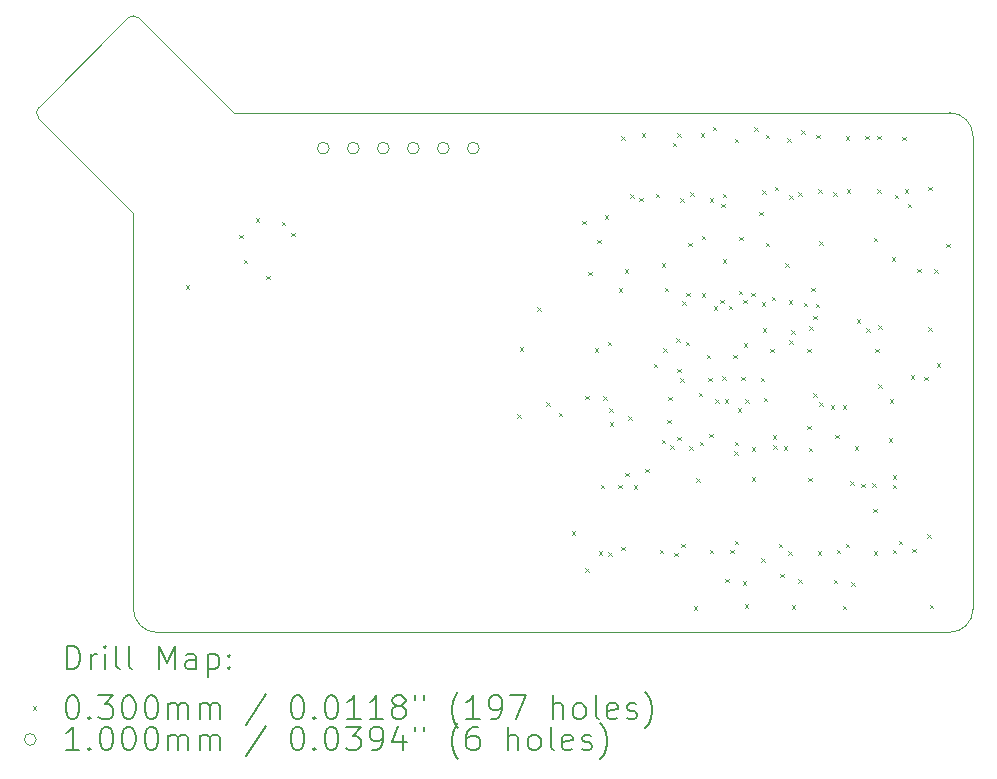
<source format=gbr>
%TF.GenerationSoftware,KiCad,Pcbnew,8.0.5*%
%TF.CreationDate,2024-11-01T13:06:52-07:00*%
%TF.ProjectId,bizcard,62697a63-6172-4642-9e6b-696361645f70,rev?*%
%TF.SameCoordinates,Original*%
%TF.FileFunction,Drillmap*%
%TF.FilePolarity,Positive*%
%FSLAX45Y45*%
G04 Gerber Fmt 4.5, Leading zero omitted, Abs format (unit mm)*
G04 Created by KiCad (PCBNEW 8.0.5) date 2024-11-01 13:06:52*
%MOMM*%
%LPD*%
G01*
G04 APERTURE LIST*
%ADD10C,0.050000*%
%ADD11C,0.200000*%
%ADD12C,0.100000*%
G04 APERTURE END LIST*
D10*
X7100000Y-5200000D02*
G75*
G02*
X7200000Y-5200000I50000J-50000D01*
G01*
X14260000Y-10200000D02*
G75*
G02*
X14060000Y-10400000I-200000J0D01*
G01*
X7150000Y-10200000D02*
X7150000Y-6850000D01*
X7350000Y-10400000D02*
X7350000Y-10400000D01*
X7350000Y-10400000D02*
G75*
G02*
X7150000Y-10200000I0J200000D01*
G01*
X14060000Y-6000000D02*
X14060000Y-6000000D01*
X8000000Y-6000000D02*
X14060000Y-6000000D01*
X14060000Y-6000000D02*
G75*
G02*
X14260000Y-6200000I0J-200000D01*
G01*
X14260000Y-10200000D02*
X14260000Y-10200000D01*
X6350000Y-5950000D02*
X7100000Y-5200000D01*
X7150000Y-6850000D02*
X6350000Y-6050000D01*
X6350000Y-6050000D02*
G75*
G02*
X6350000Y-5950000I50000J50000D01*
G01*
X14260000Y-6200000D02*
X14260000Y-10200000D01*
X14060000Y-10400000D02*
X7350000Y-10400000D01*
X7200000Y-5200000D02*
X8000000Y-6000000D01*
D11*
D12*
X7595000Y-7460000D02*
X7625000Y-7490000D01*
X7625000Y-7460000D02*
X7595000Y-7490000D01*
X8045000Y-7035000D02*
X8075000Y-7065000D01*
X8075000Y-7035000D02*
X8045000Y-7065000D01*
X8085000Y-7245000D02*
X8115000Y-7275000D01*
X8115000Y-7245000D02*
X8085000Y-7275000D01*
X8185000Y-6895000D02*
X8215000Y-6925000D01*
X8215000Y-6895000D02*
X8185000Y-6925000D01*
X8275000Y-7380000D02*
X8305000Y-7410000D01*
X8305000Y-7380000D02*
X8275000Y-7410000D01*
X8405000Y-6925000D02*
X8435000Y-6955000D01*
X8435000Y-6925000D02*
X8405000Y-6955000D01*
X8485000Y-7015000D02*
X8515000Y-7045000D01*
X8515000Y-7015000D02*
X8485000Y-7045000D01*
X10400000Y-8555000D02*
X10430000Y-8585000D01*
X10430000Y-8555000D02*
X10400000Y-8585000D01*
X10420000Y-7985000D02*
X10450000Y-8015000D01*
X10450000Y-7985000D02*
X10420000Y-8015000D01*
X10570000Y-7645000D02*
X10600000Y-7675000D01*
X10600000Y-7645000D02*
X10570000Y-7675000D01*
X10645000Y-8450000D02*
X10675000Y-8480000D01*
X10675000Y-8450000D02*
X10645000Y-8480000D01*
X10750000Y-8540000D02*
X10780000Y-8570000D01*
X10780000Y-8540000D02*
X10750000Y-8570000D01*
X10860000Y-9545000D02*
X10890000Y-9575000D01*
X10890000Y-9545000D02*
X10860000Y-9575000D01*
X10950000Y-6915000D02*
X10980000Y-6945000D01*
X10980000Y-6915000D02*
X10950000Y-6945000D01*
X10974845Y-8395490D02*
X11004845Y-8425490D01*
X11004845Y-8395490D02*
X10974845Y-8425490D01*
X10975000Y-9855000D02*
X11005000Y-9885000D01*
X11005000Y-9855000D02*
X10975000Y-9885000D01*
X11000000Y-7345000D02*
X11030000Y-7375000D01*
X11030000Y-7345000D02*
X11000000Y-7375000D01*
X11054927Y-7995073D02*
X11084927Y-8025073D01*
X11084927Y-7995073D02*
X11054927Y-8025073D01*
X11075000Y-7075000D02*
X11105000Y-7105000D01*
X11105000Y-7075000D02*
X11075000Y-7105000D01*
X11089000Y-9711000D02*
X11119000Y-9741000D01*
X11119000Y-9711000D02*
X11089000Y-9741000D01*
X11105000Y-9150000D02*
X11135000Y-9180000D01*
X11135000Y-9150000D02*
X11105000Y-9180000D01*
X11130000Y-8400000D02*
X11160000Y-8430000D01*
X11160000Y-8400000D02*
X11130000Y-8430000D01*
X11140000Y-6870000D02*
X11170000Y-6900000D01*
X11170000Y-6870000D02*
X11140000Y-6900000D01*
X11165000Y-7940000D02*
X11195000Y-7970000D01*
X11195000Y-7940000D02*
X11165000Y-7970000D01*
X11169000Y-9720000D02*
X11199000Y-9750000D01*
X11199000Y-9720000D02*
X11169000Y-9750000D01*
X11180000Y-8500000D02*
X11210000Y-8530000D01*
X11210000Y-8500000D02*
X11180000Y-8530000D01*
X11185000Y-8620000D02*
X11215000Y-8650000D01*
X11215000Y-8620000D02*
X11185000Y-8650000D01*
X11255000Y-9150000D02*
X11285000Y-9180000D01*
X11285000Y-9150000D02*
X11255000Y-9180000D01*
X11260000Y-7485000D02*
X11290000Y-7515000D01*
X11290000Y-7485000D02*
X11260000Y-7515000D01*
X11280000Y-6200000D02*
X11310000Y-6230000D01*
X11310000Y-6200000D02*
X11280000Y-6230000D01*
X11280000Y-9675000D02*
X11310000Y-9705000D01*
X11310000Y-9675000D02*
X11280000Y-9705000D01*
X11310000Y-7325000D02*
X11340000Y-7355000D01*
X11340000Y-7325000D02*
X11310000Y-7355000D01*
X11315000Y-9050000D02*
X11345000Y-9080000D01*
X11345000Y-9050000D02*
X11315000Y-9080000D01*
X11340000Y-8570000D02*
X11370000Y-8600000D01*
X11370000Y-8570000D02*
X11340000Y-8600000D01*
X11355000Y-6690000D02*
X11385000Y-6720000D01*
X11385000Y-6690000D02*
X11355000Y-6720000D01*
X11385000Y-9155000D02*
X11415000Y-9185000D01*
X11415000Y-9155000D02*
X11385000Y-9185000D01*
X11435000Y-6720000D02*
X11465000Y-6750000D01*
X11465000Y-6720000D02*
X11435000Y-6750000D01*
X11455000Y-6175000D02*
X11485000Y-6205000D01*
X11485000Y-6175000D02*
X11455000Y-6205000D01*
X11485000Y-9015000D02*
X11515000Y-9045000D01*
X11515000Y-9015000D02*
X11485000Y-9045000D01*
X11555000Y-8125000D02*
X11585000Y-8155000D01*
X11585000Y-8125000D02*
X11555000Y-8155000D01*
X11574000Y-6684939D02*
X11604000Y-6714939D01*
X11604000Y-6684939D02*
X11574000Y-6714939D01*
X11605000Y-9700000D02*
X11635000Y-9730000D01*
X11635000Y-9700000D02*
X11605000Y-9730000D01*
X11625000Y-7275000D02*
X11655000Y-7305000D01*
X11655000Y-7275000D02*
X11625000Y-7305000D01*
X11625000Y-8770000D02*
X11655000Y-8800000D01*
X11655000Y-8770000D02*
X11625000Y-8800000D01*
X11638136Y-7992492D02*
X11668136Y-8022492D01*
X11668136Y-7992492D02*
X11638136Y-8022492D01*
X11648137Y-7482689D02*
X11678137Y-7512689D01*
X11678137Y-7482689D02*
X11648137Y-7512689D01*
X11670029Y-8599145D02*
X11700029Y-8629145D01*
X11700029Y-8599145D02*
X11670029Y-8629145D01*
X11680000Y-8405000D02*
X11710000Y-8435000D01*
X11710000Y-8405000D02*
X11680000Y-8435000D01*
X11695147Y-8815147D02*
X11725147Y-8845147D01*
X11725147Y-8815147D02*
X11695147Y-8845147D01*
X11715984Y-6253514D02*
X11745984Y-6283514D01*
X11745984Y-6253514D02*
X11715984Y-6283514D01*
X11730000Y-9725000D02*
X11760000Y-9755000D01*
X11760000Y-9725000D02*
X11730000Y-9755000D01*
X11748079Y-7909600D02*
X11778079Y-7939600D01*
X11778079Y-7909600D02*
X11748079Y-7939600D01*
X11755000Y-6175000D02*
X11785000Y-6205000D01*
X11785000Y-6175000D02*
X11755000Y-6205000D01*
X11755147Y-8745000D02*
X11785147Y-8775000D01*
X11785147Y-8745000D02*
X11755147Y-8775000D01*
X11756523Y-8168360D02*
X11786523Y-8198360D01*
X11786523Y-8168360D02*
X11756523Y-8198360D01*
X11780000Y-6725000D02*
X11810000Y-6755000D01*
X11810000Y-6725000D02*
X11780000Y-6755000D01*
X11780000Y-8250000D02*
X11810000Y-8280000D01*
X11810000Y-8250000D02*
X11780000Y-8280000D01*
X11790000Y-9650000D02*
X11820000Y-9680000D01*
X11820000Y-9650000D02*
X11790000Y-9680000D01*
X11797573Y-7597573D02*
X11827573Y-7627573D01*
X11827573Y-7597573D02*
X11797573Y-7627573D01*
X11827214Y-7939032D02*
X11857214Y-7969032D01*
X11857214Y-7939032D02*
X11827214Y-7969032D01*
X11831574Y-7523573D02*
X11861574Y-7553573D01*
X11861574Y-7523573D02*
X11831574Y-7553573D01*
X11849926Y-7099926D02*
X11879926Y-7129926D01*
X11879926Y-7099926D02*
X11849926Y-7129926D01*
X11855000Y-8825000D02*
X11885000Y-8855000D01*
X11885000Y-8825000D02*
X11855000Y-8855000D01*
X11865000Y-6675000D02*
X11895000Y-6705000D01*
X11895000Y-6675000D02*
X11865000Y-6705000D01*
X11894626Y-10177731D02*
X11924626Y-10207731D01*
X11924626Y-10177731D02*
X11894626Y-10207731D01*
X11915000Y-9095000D02*
X11945000Y-9125000D01*
X11945000Y-9095000D02*
X11915000Y-9125000D01*
X11935000Y-8370000D02*
X11965000Y-8400000D01*
X11965000Y-8370000D02*
X11935000Y-8400000D01*
X11945000Y-8785000D02*
X11975000Y-8815000D01*
X11975000Y-8785000D02*
X11945000Y-8815000D01*
X11955000Y-6175000D02*
X11985000Y-6205000D01*
X11985000Y-6175000D02*
X11955000Y-6205000D01*
X11962689Y-7043111D02*
X11992689Y-7073111D01*
X11992689Y-7043111D02*
X11962689Y-7073111D01*
X11963020Y-7530000D02*
X11993020Y-7560000D01*
X11993020Y-7530000D02*
X11963020Y-7560000D01*
X12005000Y-8050000D02*
X12035000Y-8080000D01*
X12035000Y-8050000D02*
X12005000Y-8080000D01*
X12015000Y-8245000D02*
X12045000Y-8275000D01*
X12045000Y-8245000D02*
X12015000Y-8275000D01*
X12025000Y-8720000D02*
X12055000Y-8750000D01*
X12055000Y-8720000D02*
X12025000Y-8750000D01*
X12030000Y-6725000D02*
X12060000Y-6755000D01*
X12060000Y-6725000D02*
X12030000Y-6755000D01*
X12030000Y-9700000D02*
X12060000Y-9730000D01*
X12060000Y-9700000D02*
X12030000Y-9730000D01*
X12055000Y-6120000D02*
X12085000Y-6150000D01*
X12085000Y-6120000D02*
X12055000Y-6150000D01*
X12065000Y-7640000D02*
X12095000Y-7670000D01*
X12095000Y-7640000D02*
X12065000Y-7670000D01*
X12075000Y-8425000D02*
X12105000Y-8455000D01*
X12105000Y-8425000D02*
X12075000Y-8455000D01*
X12120588Y-7581765D02*
X12150588Y-7611765D01*
X12150588Y-7581765D02*
X12120588Y-7611765D01*
X12125000Y-6770000D02*
X12155000Y-6800000D01*
X12155000Y-6770000D02*
X12125000Y-6800000D01*
X12134500Y-8231000D02*
X12164500Y-8261000D01*
X12164500Y-8231000D02*
X12134500Y-8261000D01*
X12140000Y-6685000D02*
X12170000Y-6715000D01*
X12170000Y-6685000D02*
X12140000Y-6715000D01*
X12140000Y-7240000D02*
X12170000Y-7270000D01*
X12170000Y-7240000D02*
X12140000Y-7270000D01*
X12155000Y-8425000D02*
X12185000Y-8455000D01*
X12185000Y-8425000D02*
X12155000Y-8455000D01*
X12160042Y-9946648D02*
X12190042Y-9976648D01*
X12190042Y-9946648D02*
X12160042Y-9976648D01*
X12190000Y-7635000D02*
X12220000Y-7665000D01*
X12220000Y-7635000D02*
X12190000Y-7665000D01*
X12205000Y-9700000D02*
X12235000Y-9730000D01*
X12235000Y-9700000D02*
X12205000Y-9730000D01*
X12230000Y-8050000D02*
X12260000Y-8080000D01*
X12260000Y-8050000D02*
X12230000Y-8080000D01*
X12239280Y-8865454D02*
X12269280Y-8895454D01*
X12269280Y-8865454D02*
X12239280Y-8895454D01*
X12240000Y-8785000D02*
X12270000Y-8815000D01*
X12270000Y-8785000D02*
X12240000Y-8815000D01*
X12240000Y-9624105D02*
X12270000Y-9654105D01*
X12270000Y-9624105D02*
X12240000Y-9654105D01*
X12241306Y-6220159D02*
X12271306Y-6250159D01*
X12271306Y-6220159D02*
X12241306Y-6250159D01*
X12265000Y-8500000D02*
X12295000Y-8530000D01*
X12295000Y-8500000D02*
X12265000Y-8530000D01*
X12275822Y-7505822D02*
X12305822Y-7535822D01*
X12305822Y-7505822D02*
X12275822Y-7535822D01*
X12278000Y-7050000D02*
X12308000Y-7080000D01*
X12308000Y-7050000D02*
X12278000Y-7080000D01*
X12297013Y-8236421D02*
X12327013Y-8266421D01*
X12327013Y-8236421D02*
X12297013Y-8266421D01*
X12309926Y-9964927D02*
X12339926Y-9994927D01*
X12339926Y-9964927D02*
X12309926Y-9994927D01*
X12315000Y-7585000D02*
X12345000Y-7615000D01*
X12345000Y-7585000D02*
X12315000Y-7615000D01*
X12317062Y-7951608D02*
X12347062Y-7981608D01*
X12347062Y-7951608D02*
X12317062Y-7981608D01*
X12325453Y-10160607D02*
X12355453Y-10190607D01*
X12355453Y-10160607D02*
X12325453Y-10190607D01*
X12330000Y-8425000D02*
X12360000Y-8455000D01*
X12360000Y-8425000D02*
X12330000Y-8455000D01*
X12380500Y-7524500D02*
X12410500Y-7554500D01*
X12410500Y-7524500D02*
X12380500Y-7554500D01*
X12385000Y-9085000D02*
X12415000Y-9115000D01*
X12415000Y-9085000D02*
X12385000Y-9115000D01*
X12386232Y-8832500D02*
X12416232Y-8862500D01*
X12416232Y-8832500D02*
X12386232Y-8862500D01*
X12405000Y-6125000D02*
X12435000Y-6155000D01*
X12435000Y-6125000D02*
X12405000Y-6155000D01*
X12450000Y-6840000D02*
X12480000Y-6870000D01*
X12480000Y-6840000D02*
X12450000Y-6870000D01*
X12461793Y-8245000D02*
X12491793Y-8275000D01*
X12491793Y-8245000D02*
X12461793Y-8275000D01*
X12465000Y-9770000D02*
X12495000Y-9800000D01*
X12495000Y-9770000D02*
X12465000Y-9800000D01*
X12471445Y-7603260D02*
X12501445Y-7633260D01*
X12501445Y-7603260D02*
X12471445Y-7633260D01*
X12475000Y-6655000D02*
X12505000Y-6685000D01*
X12505000Y-6655000D02*
X12475000Y-6685000D01*
X12477880Y-7824500D02*
X12507880Y-7854500D01*
X12507880Y-7824500D02*
X12477880Y-7854500D01*
X12487694Y-8413189D02*
X12517694Y-8443189D01*
X12517694Y-8413189D02*
X12487694Y-8443189D01*
X12505000Y-6185000D02*
X12535000Y-6215000D01*
X12535000Y-6185000D02*
X12505000Y-6215000D01*
X12505000Y-7100000D02*
X12535000Y-7130000D01*
X12535000Y-7100000D02*
X12505000Y-7130000D01*
X12540000Y-8000000D02*
X12570000Y-8030000D01*
X12570000Y-8000000D02*
X12540000Y-8030000D01*
X12555000Y-7560000D02*
X12585000Y-7590000D01*
X12585000Y-7560000D02*
X12555000Y-7590000D01*
X12565000Y-8730000D02*
X12595000Y-8760000D01*
X12595000Y-8730000D02*
X12565000Y-8760000D01*
X12569291Y-8817284D02*
X12599291Y-8847284D01*
X12599291Y-8817284D02*
X12569291Y-8847284D01*
X12580000Y-6625000D02*
X12610000Y-6655000D01*
X12610000Y-6625000D02*
X12580000Y-6655000D01*
X12615000Y-9650000D02*
X12645000Y-9680000D01*
X12645000Y-9650000D02*
X12615000Y-9680000D01*
X12625000Y-9905000D02*
X12655000Y-9935000D01*
X12655000Y-9905000D02*
X12625000Y-9935000D01*
X12655000Y-8825000D02*
X12685000Y-8855000D01*
X12685000Y-8825000D02*
X12655000Y-8855000D01*
X12670897Y-7272735D02*
X12700897Y-7302735D01*
X12700897Y-7272735D02*
X12670897Y-7302735D01*
X12687000Y-6215853D02*
X12717000Y-6245853D01*
X12717000Y-6215853D02*
X12687000Y-6245853D01*
X12695000Y-9715000D02*
X12725000Y-9745000D01*
X12725000Y-9715000D02*
X12695000Y-9745000D01*
X12697647Y-7587647D02*
X12727647Y-7617647D01*
X12727647Y-7587647D02*
X12697647Y-7617647D01*
X12704105Y-6700298D02*
X12734105Y-6730298D01*
X12734105Y-6700298D02*
X12704105Y-6730298D01*
X12705000Y-7925000D02*
X12735000Y-7955000D01*
X12735000Y-7925000D02*
X12705000Y-7955000D01*
X12720000Y-7839943D02*
X12750000Y-7869943D01*
X12750000Y-7839943D02*
X12720000Y-7869943D01*
X12725000Y-10170000D02*
X12755000Y-10200000D01*
X12755000Y-10170000D02*
X12725000Y-10200000D01*
X12780000Y-6675000D02*
X12810000Y-6705000D01*
X12810000Y-6675000D02*
X12780000Y-6705000D01*
X12780000Y-9950000D02*
X12810000Y-9980000D01*
X12810000Y-9950000D02*
X12780000Y-9980000D01*
X12805000Y-6150000D02*
X12835000Y-6180000D01*
X12835000Y-6150000D02*
X12805000Y-6180000D01*
X12825000Y-7610000D02*
X12855000Y-7640000D01*
X12855000Y-7610000D02*
X12825000Y-7640000D01*
X12855000Y-8000000D02*
X12885000Y-8030000D01*
X12885000Y-8000000D02*
X12855000Y-8030000D01*
X12855000Y-8650000D02*
X12885000Y-8680000D01*
X12885000Y-8650000D02*
X12855000Y-8680000D01*
X12865000Y-9090000D02*
X12895000Y-9120000D01*
X12895000Y-9090000D02*
X12865000Y-9120000D01*
X12867500Y-8837500D02*
X12897500Y-8867500D01*
X12897500Y-8837500D02*
X12867500Y-8867500D01*
X12872023Y-7806110D02*
X12902023Y-7836110D01*
X12902023Y-7806110D02*
X12872023Y-7836110D01*
X12887573Y-7482573D02*
X12917573Y-7512573D01*
X12917573Y-7482573D02*
X12887573Y-7512573D01*
X12905157Y-8375304D02*
X12935157Y-8405304D01*
X12935157Y-8375304D02*
X12905157Y-8405304D01*
X12905303Y-7719845D02*
X12935303Y-7749845D01*
X12935303Y-7719845D02*
X12905303Y-7749845D01*
X12927987Y-7617987D02*
X12957987Y-7647987D01*
X12957987Y-7617987D02*
X12927987Y-7647987D01*
X12930000Y-6185000D02*
X12960000Y-6215000D01*
X12960000Y-6185000D02*
X12930000Y-6215000D01*
X12945000Y-9715000D02*
X12975000Y-9745000D01*
X12975000Y-9715000D02*
X12945000Y-9745000D01*
X12950000Y-6650000D02*
X12980000Y-6680000D01*
X12980000Y-6650000D02*
X12950000Y-6680000D01*
X12955000Y-7090000D02*
X12985000Y-7120000D01*
X12985000Y-7090000D02*
X12955000Y-7120000D01*
X12955000Y-8450000D02*
X12985000Y-8480000D01*
X12985000Y-8450000D02*
X12955000Y-8480000D01*
X13055000Y-8475000D02*
X13085000Y-8505000D01*
X13085000Y-8475000D02*
X13055000Y-8505000D01*
X13073343Y-6673343D02*
X13103343Y-6703343D01*
X13103343Y-6673343D02*
X13073343Y-6703343D01*
X13080000Y-9955000D02*
X13110000Y-9985000D01*
X13110000Y-9955000D02*
X13080000Y-9985000D01*
X13093888Y-8724788D02*
X13123888Y-8754788D01*
X13123888Y-8724788D02*
X13093888Y-8754788D01*
X13105000Y-9700000D02*
X13135000Y-9730000D01*
X13135000Y-9700000D02*
X13105000Y-9730000D01*
X13155000Y-8475000D02*
X13185000Y-8505000D01*
X13185000Y-8475000D02*
X13155000Y-8505000D01*
X13155000Y-10175000D02*
X13185000Y-10205000D01*
X13185000Y-10175000D02*
X13155000Y-10205000D01*
X13180000Y-6200000D02*
X13210000Y-6230000D01*
X13210000Y-6200000D02*
X13180000Y-6230000D01*
X13180000Y-9650000D02*
X13210000Y-9680000D01*
X13210000Y-9650000D02*
X13180000Y-9680000D01*
X13190000Y-6650000D02*
X13220000Y-6680000D01*
X13220000Y-6650000D02*
X13190000Y-6680000D01*
X13220000Y-9120000D02*
X13250000Y-9150000D01*
X13250000Y-9120000D02*
X13220000Y-9150000D01*
X13227500Y-9977500D02*
X13257500Y-10007500D01*
X13257500Y-9977500D02*
X13227500Y-10007500D01*
X13255735Y-8824888D02*
X13285735Y-8854888D01*
X13285735Y-8824888D02*
X13255735Y-8854888D01*
X13275000Y-7750000D02*
X13305000Y-7780000D01*
X13305000Y-7750000D02*
X13275000Y-7780000D01*
X13312573Y-9142427D02*
X13342573Y-9172427D01*
X13342573Y-9142427D02*
X13312573Y-9172427D01*
X13348209Y-6195448D02*
X13378209Y-6225448D01*
X13378209Y-6195448D02*
X13348209Y-6225448D01*
X13355000Y-7825000D02*
X13385000Y-7855000D01*
X13385000Y-7825000D02*
X13355000Y-7855000D01*
X13405000Y-9135000D02*
X13435000Y-9165000D01*
X13435000Y-9135000D02*
X13405000Y-9165000D01*
X13415000Y-9355000D02*
X13445000Y-9385000D01*
X13445000Y-9355000D02*
X13415000Y-9385000D01*
X13417500Y-9712500D02*
X13447500Y-9742500D01*
X13447500Y-9712500D02*
X13417500Y-9742500D01*
X13420000Y-7060000D02*
X13450000Y-7090000D01*
X13450000Y-7060000D02*
X13420000Y-7090000D01*
X13430000Y-8000000D02*
X13460000Y-8030000D01*
X13460000Y-8000000D02*
X13430000Y-8030000D01*
X13450000Y-6195000D02*
X13480000Y-6225000D01*
X13480000Y-6195000D02*
X13450000Y-6225000D01*
X13450000Y-6650000D02*
X13480000Y-6680000D01*
X13480000Y-6650000D02*
X13450000Y-6680000D01*
X13455000Y-7800000D02*
X13485000Y-7830000D01*
X13485000Y-7800000D02*
X13455000Y-7830000D01*
X13455000Y-8300000D02*
X13485000Y-8330000D01*
X13485000Y-8300000D02*
X13455000Y-8330000D01*
X13545000Y-8755000D02*
X13575000Y-8785000D01*
X13575000Y-8755000D02*
X13545000Y-8785000D01*
X13555000Y-8425000D02*
X13585000Y-8455000D01*
X13585000Y-8425000D02*
X13555000Y-8455000D01*
X13570000Y-7225000D02*
X13600000Y-7255000D01*
X13600000Y-7225000D02*
X13570000Y-7255000D01*
X13580000Y-9070000D02*
X13610000Y-9100000D01*
X13610000Y-9070000D02*
X13580000Y-9100000D01*
X13580000Y-9150000D02*
X13610000Y-9180000D01*
X13610000Y-9150000D02*
X13580000Y-9180000D01*
X13580000Y-9700000D02*
X13610000Y-9730000D01*
X13610000Y-9700000D02*
X13580000Y-9730000D01*
X13595000Y-6695595D02*
X13625000Y-6725595D01*
X13625000Y-6695595D02*
X13595000Y-6725595D01*
X13630000Y-9625000D02*
X13660000Y-9655000D01*
X13660000Y-9625000D02*
X13630000Y-9655000D01*
X13660000Y-6205000D02*
X13690000Y-6235000D01*
X13690000Y-6205000D02*
X13660000Y-6235000D01*
X13680000Y-6650000D02*
X13710000Y-6680000D01*
X13710000Y-6650000D02*
X13680000Y-6680000D01*
X13705000Y-6770000D02*
X13735000Y-6800000D01*
X13735000Y-6770000D02*
X13705000Y-6800000D01*
X13730000Y-8225000D02*
X13760000Y-8255000D01*
X13760000Y-8225000D02*
X13730000Y-8255000D01*
X13745000Y-9690000D02*
X13775000Y-9720000D01*
X13775000Y-9690000D02*
X13745000Y-9720000D01*
X13785000Y-7320000D02*
X13815000Y-7350000D01*
X13815000Y-7320000D02*
X13785000Y-7350000D01*
X13845000Y-8235000D02*
X13875000Y-8265000D01*
X13875000Y-8235000D02*
X13845000Y-8265000D01*
X13870000Y-9570000D02*
X13900000Y-9600000D01*
X13900000Y-9570000D02*
X13870000Y-9600000D01*
X13880000Y-7815000D02*
X13910000Y-7845000D01*
X13910000Y-7815000D02*
X13880000Y-7845000D01*
X13881543Y-6626235D02*
X13911543Y-6656235D01*
X13911543Y-6626235D02*
X13881543Y-6656235D01*
X13892373Y-10167373D02*
X13922373Y-10197373D01*
X13922373Y-10167373D02*
X13892373Y-10197373D01*
X13930000Y-7325000D02*
X13960000Y-7355000D01*
X13960000Y-7325000D02*
X13930000Y-7355000D01*
X13950000Y-8120000D02*
X13980000Y-8150000D01*
X13980000Y-8120000D02*
X13950000Y-8150000D01*
X14030000Y-7110000D02*
X14060000Y-7140000D01*
X14060000Y-7110000D02*
X14030000Y-7140000D01*
X8808000Y-6300000D02*
G75*
G02*
X8708000Y-6300000I-50000J0D01*
G01*
X8708000Y-6300000D02*
G75*
G02*
X8808000Y-6300000I50000J0D01*
G01*
X9062000Y-6300000D02*
G75*
G02*
X8962000Y-6300000I-50000J0D01*
G01*
X8962000Y-6300000D02*
G75*
G02*
X9062000Y-6300000I50000J0D01*
G01*
X9316000Y-6300000D02*
G75*
G02*
X9216000Y-6300000I-50000J0D01*
G01*
X9216000Y-6300000D02*
G75*
G02*
X9316000Y-6300000I50000J0D01*
G01*
X9570000Y-6300000D02*
G75*
G02*
X9470000Y-6300000I-50000J0D01*
G01*
X9470000Y-6300000D02*
G75*
G02*
X9570000Y-6300000I50000J0D01*
G01*
X9824000Y-6300000D02*
G75*
G02*
X9724000Y-6300000I-50000J0D01*
G01*
X9724000Y-6300000D02*
G75*
G02*
X9824000Y-6300000I50000J0D01*
G01*
X10078000Y-6300000D02*
G75*
G02*
X9978000Y-6300000I-50000J0D01*
G01*
X9978000Y-6300000D02*
G75*
G02*
X10078000Y-6300000I50000J0D01*
G01*
D11*
X6587566Y-10713984D02*
X6587566Y-10513984D01*
X6587566Y-10513984D02*
X6635185Y-10513984D01*
X6635185Y-10513984D02*
X6663757Y-10523508D01*
X6663757Y-10523508D02*
X6682804Y-10542555D01*
X6682804Y-10542555D02*
X6692328Y-10561603D01*
X6692328Y-10561603D02*
X6701852Y-10599698D01*
X6701852Y-10599698D02*
X6701852Y-10628270D01*
X6701852Y-10628270D02*
X6692328Y-10666365D01*
X6692328Y-10666365D02*
X6682804Y-10685412D01*
X6682804Y-10685412D02*
X6663757Y-10704460D01*
X6663757Y-10704460D02*
X6635185Y-10713984D01*
X6635185Y-10713984D02*
X6587566Y-10713984D01*
X6787566Y-10713984D02*
X6787566Y-10580650D01*
X6787566Y-10618746D02*
X6797090Y-10599698D01*
X6797090Y-10599698D02*
X6806614Y-10590174D01*
X6806614Y-10590174D02*
X6825661Y-10580650D01*
X6825661Y-10580650D02*
X6844709Y-10580650D01*
X6911376Y-10713984D02*
X6911376Y-10580650D01*
X6911376Y-10513984D02*
X6901852Y-10523508D01*
X6901852Y-10523508D02*
X6911376Y-10533031D01*
X6911376Y-10533031D02*
X6920900Y-10523508D01*
X6920900Y-10523508D02*
X6911376Y-10513984D01*
X6911376Y-10513984D02*
X6911376Y-10533031D01*
X7035185Y-10713984D02*
X7016138Y-10704460D01*
X7016138Y-10704460D02*
X7006614Y-10685412D01*
X7006614Y-10685412D02*
X7006614Y-10513984D01*
X7139947Y-10713984D02*
X7120900Y-10704460D01*
X7120900Y-10704460D02*
X7111376Y-10685412D01*
X7111376Y-10685412D02*
X7111376Y-10513984D01*
X7368519Y-10713984D02*
X7368519Y-10513984D01*
X7368519Y-10513984D02*
X7435185Y-10656841D01*
X7435185Y-10656841D02*
X7501852Y-10513984D01*
X7501852Y-10513984D02*
X7501852Y-10713984D01*
X7682804Y-10713984D02*
X7682804Y-10609222D01*
X7682804Y-10609222D02*
X7673281Y-10590174D01*
X7673281Y-10590174D02*
X7654233Y-10580650D01*
X7654233Y-10580650D02*
X7616138Y-10580650D01*
X7616138Y-10580650D02*
X7597090Y-10590174D01*
X7682804Y-10704460D02*
X7663757Y-10713984D01*
X7663757Y-10713984D02*
X7616138Y-10713984D01*
X7616138Y-10713984D02*
X7597090Y-10704460D01*
X7597090Y-10704460D02*
X7587566Y-10685412D01*
X7587566Y-10685412D02*
X7587566Y-10666365D01*
X7587566Y-10666365D02*
X7597090Y-10647317D01*
X7597090Y-10647317D02*
X7616138Y-10637793D01*
X7616138Y-10637793D02*
X7663757Y-10637793D01*
X7663757Y-10637793D02*
X7682804Y-10628270D01*
X7778042Y-10580650D02*
X7778042Y-10780650D01*
X7778042Y-10590174D02*
X7797090Y-10580650D01*
X7797090Y-10580650D02*
X7835185Y-10580650D01*
X7835185Y-10580650D02*
X7854233Y-10590174D01*
X7854233Y-10590174D02*
X7863757Y-10599698D01*
X7863757Y-10599698D02*
X7873281Y-10618746D01*
X7873281Y-10618746D02*
X7873281Y-10675889D01*
X7873281Y-10675889D02*
X7863757Y-10694936D01*
X7863757Y-10694936D02*
X7854233Y-10704460D01*
X7854233Y-10704460D02*
X7835185Y-10713984D01*
X7835185Y-10713984D02*
X7797090Y-10713984D01*
X7797090Y-10713984D02*
X7778042Y-10704460D01*
X7958995Y-10694936D02*
X7968519Y-10704460D01*
X7968519Y-10704460D02*
X7958995Y-10713984D01*
X7958995Y-10713984D02*
X7949471Y-10704460D01*
X7949471Y-10704460D02*
X7958995Y-10694936D01*
X7958995Y-10694936D02*
X7958995Y-10713984D01*
X7958995Y-10590174D02*
X7968519Y-10599698D01*
X7968519Y-10599698D02*
X7958995Y-10609222D01*
X7958995Y-10609222D02*
X7949471Y-10599698D01*
X7949471Y-10599698D02*
X7958995Y-10590174D01*
X7958995Y-10590174D02*
X7958995Y-10609222D01*
D12*
X6296789Y-11027500D02*
X6326789Y-11057500D01*
X6326789Y-11027500D02*
X6296789Y-11057500D01*
D11*
X6625661Y-10933984D02*
X6644709Y-10933984D01*
X6644709Y-10933984D02*
X6663757Y-10943508D01*
X6663757Y-10943508D02*
X6673281Y-10953031D01*
X6673281Y-10953031D02*
X6682804Y-10972079D01*
X6682804Y-10972079D02*
X6692328Y-11010174D01*
X6692328Y-11010174D02*
X6692328Y-11057793D01*
X6692328Y-11057793D02*
X6682804Y-11095889D01*
X6682804Y-11095889D02*
X6673281Y-11114936D01*
X6673281Y-11114936D02*
X6663757Y-11124460D01*
X6663757Y-11124460D02*
X6644709Y-11133984D01*
X6644709Y-11133984D02*
X6625661Y-11133984D01*
X6625661Y-11133984D02*
X6606614Y-11124460D01*
X6606614Y-11124460D02*
X6597090Y-11114936D01*
X6597090Y-11114936D02*
X6587566Y-11095889D01*
X6587566Y-11095889D02*
X6578042Y-11057793D01*
X6578042Y-11057793D02*
X6578042Y-11010174D01*
X6578042Y-11010174D02*
X6587566Y-10972079D01*
X6587566Y-10972079D02*
X6597090Y-10953031D01*
X6597090Y-10953031D02*
X6606614Y-10943508D01*
X6606614Y-10943508D02*
X6625661Y-10933984D01*
X6778042Y-11114936D02*
X6787566Y-11124460D01*
X6787566Y-11124460D02*
X6778042Y-11133984D01*
X6778042Y-11133984D02*
X6768519Y-11124460D01*
X6768519Y-11124460D02*
X6778042Y-11114936D01*
X6778042Y-11114936D02*
X6778042Y-11133984D01*
X6854233Y-10933984D02*
X6978042Y-10933984D01*
X6978042Y-10933984D02*
X6911376Y-11010174D01*
X6911376Y-11010174D02*
X6939947Y-11010174D01*
X6939947Y-11010174D02*
X6958995Y-11019698D01*
X6958995Y-11019698D02*
X6968519Y-11029222D01*
X6968519Y-11029222D02*
X6978042Y-11048270D01*
X6978042Y-11048270D02*
X6978042Y-11095889D01*
X6978042Y-11095889D02*
X6968519Y-11114936D01*
X6968519Y-11114936D02*
X6958995Y-11124460D01*
X6958995Y-11124460D02*
X6939947Y-11133984D01*
X6939947Y-11133984D02*
X6882804Y-11133984D01*
X6882804Y-11133984D02*
X6863757Y-11124460D01*
X6863757Y-11124460D02*
X6854233Y-11114936D01*
X7101852Y-10933984D02*
X7120900Y-10933984D01*
X7120900Y-10933984D02*
X7139947Y-10943508D01*
X7139947Y-10943508D02*
X7149471Y-10953031D01*
X7149471Y-10953031D02*
X7158995Y-10972079D01*
X7158995Y-10972079D02*
X7168519Y-11010174D01*
X7168519Y-11010174D02*
X7168519Y-11057793D01*
X7168519Y-11057793D02*
X7158995Y-11095889D01*
X7158995Y-11095889D02*
X7149471Y-11114936D01*
X7149471Y-11114936D02*
X7139947Y-11124460D01*
X7139947Y-11124460D02*
X7120900Y-11133984D01*
X7120900Y-11133984D02*
X7101852Y-11133984D01*
X7101852Y-11133984D02*
X7082804Y-11124460D01*
X7082804Y-11124460D02*
X7073281Y-11114936D01*
X7073281Y-11114936D02*
X7063757Y-11095889D01*
X7063757Y-11095889D02*
X7054233Y-11057793D01*
X7054233Y-11057793D02*
X7054233Y-11010174D01*
X7054233Y-11010174D02*
X7063757Y-10972079D01*
X7063757Y-10972079D02*
X7073281Y-10953031D01*
X7073281Y-10953031D02*
X7082804Y-10943508D01*
X7082804Y-10943508D02*
X7101852Y-10933984D01*
X7292328Y-10933984D02*
X7311376Y-10933984D01*
X7311376Y-10933984D02*
X7330423Y-10943508D01*
X7330423Y-10943508D02*
X7339947Y-10953031D01*
X7339947Y-10953031D02*
X7349471Y-10972079D01*
X7349471Y-10972079D02*
X7358995Y-11010174D01*
X7358995Y-11010174D02*
X7358995Y-11057793D01*
X7358995Y-11057793D02*
X7349471Y-11095889D01*
X7349471Y-11095889D02*
X7339947Y-11114936D01*
X7339947Y-11114936D02*
X7330423Y-11124460D01*
X7330423Y-11124460D02*
X7311376Y-11133984D01*
X7311376Y-11133984D02*
X7292328Y-11133984D01*
X7292328Y-11133984D02*
X7273281Y-11124460D01*
X7273281Y-11124460D02*
X7263757Y-11114936D01*
X7263757Y-11114936D02*
X7254233Y-11095889D01*
X7254233Y-11095889D02*
X7244709Y-11057793D01*
X7244709Y-11057793D02*
X7244709Y-11010174D01*
X7244709Y-11010174D02*
X7254233Y-10972079D01*
X7254233Y-10972079D02*
X7263757Y-10953031D01*
X7263757Y-10953031D02*
X7273281Y-10943508D01*
X7273281Y-10943508D02*
X7292328Y-10933984D01*
X7444709Y-11133984D02*
X7444709Y-11000650D01*
X7444709Y-11019698D02*
X7454233Y-11010174D01*
X7454233Y-11010174D02*
X7473281Y-11000650D01*
X7473281Y-11000650D02*
X7501852Y-11000650D01*
X7501852Y-11000650D02*
X7520900Y-11010174D01*
X7520900Y-11010174D02*
X7530423Y-11029222D01*
X7530423Y-11029222D02*
X7530423Y-11133984D01*
X7530423Y-11029222D02*
X7539947Y-11010174D01*
X7539947Y-11010174D02*
X7558995Y-11000650D01*
X7558995Y-11000650D02*
X7587566Y-11000650D01*
X7587566Y-11000650D02*
X7606614Y-11010174D01*
X7606614Y-11010174D02*
X7616138Y-11029222D01*
X7616138Y-11029222D02*
X7616138Y-11133984D01*
X7711376Y-11133984D02*
X7711376Y-11000650D01*
X7711376Y-11019698D02*
X7720900Y-11010174D01*
X7720900Y-11010174D02*
X7739947Y-11000650D01*
X7739947Y-11000650D02*
X7768519Y-11000650D01*
X7768519Y-11000650D02*
X7787566Y-11010174D01*
X7787566Y-11010174D02*
X7797090Y-11029222D01*
X7797090Y-11029222D02*
X7797090Y-11133984D01*
X7797090Y-11029222D02*
X7806614Y-11010174D01*
X7806614Y-11010174D02*
X7825662Y-11000650D01*
X7825662Y-11000650D02*
X7854233Y-11000650D01*
X7854233Y-11000650D02*
X7873281Y-11010174D01*
X7873281Y-11010174D02*
X7882804Y-11029222D01*
X7882804Y-11029222D02*
X7882804Y-11133984D01*
X8273281Y-10924460D02*
X8101852Y-11181603D01*
X8530424Y-10933984D02*
X8549471Y-10933984D01*
X8549471Y-10933984D02*
X8568519Y-10943508D01*
X8568519Y-10943508D02*
X8578043Y-10953031D01*
X8578043Y-10953031D02*
X8587567Y-10972079D01*
X8587567Y-10972079D02*
X8597090Y-11010174D01*
X8597090Y-11010174D02*
X8597090Y-11057793D01*
X8597090Y-11057793D02*
X8587567Y-11095889D01*
X8587567Y-11095889D02*
X8578043Y-11114936D01*
X8578043Y-11114936D02*
X8568519Y-11124460D01*
X8568519Y-11124460D02*
X8549471Y-11133984D01*
X8549471Y-11133984D02*
X8530424Y-11133984D01*
X8530424Y-11133984D02*
X8511376Y-11124460D01*
X8511376Y-11124460D02*
X8501852Y-11114936D01*
X8501852Y-11114936D02*
X8492328Y-11095889D01*
X8492328Y-11095889D02*
X8482805Y-11057793D01*
X8482805Y-11057793D02*
X8482805Y-11010174D01*
X8482805Y-11010174D02*
X8492328Y-10972079D01*
X8492328Y-10972079D02*
X8501852Y-10953031D01*
X8501852Y-10953031D02*
X8511376Y-10943508D01*
X8511376Y-10943508D02*
X8530424Y-10933984D01*
X8682805Y-11114936D02*
X8692328Y-11124460D01*
X8692328Y-11124460D02*
X8682805Y-11133984D01*
X8682805Y-11133984D02*
X8673281Y-11124460D01*
X8673281Y-11124460D02*
X8682805Y-11114936D01*
X8682805Y-11114936D02*
X8682805Y-11133984D01*
X8816138Y-10933984D02*
X8835186Y-10933984D01*
X8835186Y-10933984D02*
X8854233Y-10943508D01*
X8854233Y-10943508D02*
X8863757Y-10953031D01*
X8863757Y-10953031D02*
X8873281Y-10972079D01*
X8873281Y-10972079D02*
X8882805Y-11010174D01*
X8882805Y-11010174D02*
X8882805Y-11057793D01*
X8882805Y-11057793D02*
X8873281Y-11095889D01*
X8873281Y-11095889D02*
X8863757Y-11114936D01*
X8863757Y-11114936D02*
X8854233Y-11124460D01*
X8854233Y-11124460D02*
X8835186Y-11133984D01*
X8835186Y-11133984D02*
X8816138Y-11133984D01*
X8816138Y-11133984D02*
X8797090Y-11124460D01*
X8797090Y-11124460D02*
X8787567Y-11114936D01*
X8787567Y-11114936D02*
X8778043Y-11095889D01*
X8778043Y-11095889D02*
X8768519Y-11057793D01*
X8768519Y-11057793D02*
X8768519Y-11010174D01*
X8768519Y-11010174D02*
X8778043Y-10972079D01*
X8778043Y-10972079D02*
X8787567Y-10953031D01*
X8787567Y-10953031D02*
X8797090Y-10943508D01*
X8797090Y-10943508D02*
X8816138Y-10933984D01*
X9073281Y-11133984D02*
X8958995Y-11133984D01*
X9016138Y-11133984D02*
X9016138Y-10933984D01*
X9016138Y-10933984D02*
X8997090Y-10962555D01*
X8997090Y-10962555D02*
X8978043Y-10981603D01*
X8978043Y-10981603D02*
X8958995Y-10991127D01*
X9263757Y-11133984D02*
X9149471Y-11133984D01*
X9206614Y-11133984D02*
X9206614Y-10933984D01*
X9206614Y-10933984D02*
X9187567Y-10962555D01*
X9187567Y-10962555D02*
X9168519Y-10981603D01*
X9168519Y-10981603D02*
X9149471Y-10991127D01*
X9378043Y-11019698D02*
X9358995Y-11010174D01*
X9358995Y-11010174D02*
X9349471Y-11000650D01*
X9349471Y-11000650D02*
X9339948Y-10981603D01*
X9339948Y-10981603D02*
X9339948Y-10972079D01*
X9339948Y-10972079D02*
X9349471Y-10953031D01*
X9349471Y-10953031D02*
X9358995Y-10943508D01*
X9358995Y-10943508D02*
X9378043Y-10933984D01*
X9378043Y-10933984D02*
X9416138Y-10933984D01*
X9416138Y-10933984D02*
X9435186Y-10943508D01*
X9435186Y-10943508D02*
X9444709Y-10953031D01*
X9444709Y-10953031D02*
X9454233Y-10972079D01*
X9454233Y-10972079D02*
X9454233Y-10981603D01*
X9454233Y-10981603D02*
X9444709Y-11000650D01*
X9444709Y-11000650D02*
X9435186Y-11010174D01*
X9435186Y-11010174D02*
X9416138Y-11019698D01*
X9416138Y-11019698D02*
X9378043Y-11019698D01*
X9378043Y-11019698D02*
X9358995Y-11029222D01*
X9358995Y-11029222D02*
X9349471Y-11038746D01*
X9349471Y-11038746D02*
X9339948Y-11057793D01*
X9339948Y-11057793D02*
X9339948Y-11095889D01*
X9339948Y-11095889D02*
X9349471Y-11114936D01*
X9349471Y-11114936D02*
X9358995Y-11124460D01*
X9358995Y-11124460D02*
X9378043Y-11133984D01*
X9378043Y-11133984D02*
X9416138Y-11133984D01*
X9416138Y-11133984D02*
X9435186Y-11124460D01*
X9435186Y-11124460D02*
X9444709Y-11114936D01*
X9444709Y-11114936D02*
X9454233Y-11095889D01*
X9454233Y-11095889D02*
X9454233Y-11057793D01*
X9454233Y-11057793D02*
X9444709Y-11038746D01*
X9444709Y-11038746D02*
X9435186Y-11029222D01*
X9435186Y-11029222D02*
X9416138Y-11019698D01*
X9530424Y-10933984D02*
X9530424Y-10972079D01*
X9606614Y-10933984D02*
X9606614Y-10972079D01*
X9901852Y-11210174D02*
X9892329Y-11200650D01*
X9892329Y-11200650D02*
X9873281Y-11172079D01*
X9873281Y-11172079D02*
X9863757Y-11153031D01*
X9863757Y-11153031D02*
X9854233Y-11124460D01*
X9854233Y-11124460D02*
X9844710Y-11076841D01*
X9844710Y-11076841D02*
X9844710Y-11038746D01*
X9844710Y-11038746D02*
X9854233Y-10991127D01*
X9854233Y-10991127D02*
X9863757Y-10962555D01*
X9863757Y-10962555D02*
X9873281Y-10943508D01*
X9873281Y-10943508D02*
X9892329Y-10914936D01*
X9892329Y-10914936D02*
X9901852Y-10905412D01*
X10082805Y-11133984D02*
X9968519Y-11133984D01*
X10025662Y-11133984D02*
X10025662Y-10933984D01*
X10025662Y-10933984D02*
X10006614Y-10962555D01*
X10006614Y-10962555D02*
X9987567Y-10981603D01*
X9987567Y-10981603D02*
X9968519Y-10991127D01*
X10178043Y-11133984D02*
X10216138Y-11133984D01*
X10216138Y-11133984D02*
X10235186Y-11124460D01*
X10235186Y-11124460D02*
X10244710Y-11114936D01*
X10244710Y-11114936D02*
X10263757Y-11086365D01*
X10263757Y-11086365D02*
X10273281Y-11048270D01*
X10273281Y-11048270D02*
X10273281Y-10972079D01*
X10273281Y-10972079D02*
X10263757Y-10953031D01*
X10263757Y-10953031D02*
X10254233Y-10943508D01*
X10254233Y-10943508D02*
X10235186Y-10933984D01*
X10235186Y-10933984D02*
X10197090Y-10933984D01*
X10197090Y-10933984D02*
X10178043Y-10943508D01*
X10178043Y-10943508D02*
X10168519Y-10953031D01*
X10168519Y-10953031D02*
X10158995Y-10972079D01*
X10158995Y-10972079D02*
X10158995Y-11019698D01*
X10158995Y-11019698D02*
X10168519Y-11038746D01*
X10168519Y-11038746D02*
X10178043Y-11048270D01*
X10178043Y-11048270D02*
X10197090Y-11057793D01*
X10197090Y-11057793D02*
X10235186Y-11057793D01*
X10235186Y-11057793D02*
X10254233Y-11048270D01*
X10254233Y-11048270D02*
X10263757Y-11038746D01*
X10263757Y-11038746D02*
X10273281Y-11019698D01*
X10339948Y-10933984D02*
X10473281Y-10933984D01*
X10473281Y-10933984D02*
X10387567Y-11133984D01*
X10701852Y-11133984D02*
X10701852Y-10933984D01*
X10787567Y-11133984D02*
X10787567Y-11029222D01*
X10787567Y-11029222D02*
X10778043Y-11010174D01*
X10778043Y-11010174D02*
X10758995Y-11000650D01*
X10758995Y-11000650D02*
X10730424Y-11000650D01*
X10730424Y-11000650D02*
X10711376Y-11010174D01*
X10711376Y-11010174D02*
X10701852Y-11019698D01*
X10911376Y-11133984D02*
X10892329Y-11124460D01*
X10892329Y-11124460D02*
X10882805Y-11114936D01*
X10882805Y-11114936D02*
X10873281Y-11095889D01*
X10873281Y-11095889D02*
X10873281Y-11038746D01*
X10873281Y-11038746D02*
X10882805Y-11019698D01*
X10882805Y-11019698D02*
X10892329Y-11010174D01*
X10892329Y-11010174D02*
X10911376Y-11000650D01*
X10911376Y-11000650D02*
X10939948Y-11000650D01*
X10939948Y-11000650D02*
X10958995Y-11010174D01*
X10958995Y-11010174D02*
X10968519Y-11019698D01*
X10968519Y-11019698D02*
X10978043Y-11038746D01*
X10978043Y-11038746D02*
X10978043Y-11095889D01*
X10978043Y-11095889D02*
X10968519Y-11114936D01*
X10968519Y-11114936D02*
X10958995Y-11124460D01*
X10958995Y-11124460D02*
X10939948Y-11133984D01*
X10939948Y-11133984D02*
X10911376Y-11133984D01*
X11092329Y-11133984D02*
X11073281Y-11124460D01*
X11073281Y-11124460D02*
X11063757Y-11105412D01*
X11063757Y-11105412D02*
X11063757Y-10933984D01*
X11244710Y-11124460D02*
X11225662Y-11133984D01*
X11225662Y-11133984D02*
X11187567Y-11133984D01*
X11187567Y-11133984D02*
X11168519Y-11124460D01*
X11168519Y-11124460D02*
X11158995Y-11105412D01*
X11158995Y-11105412D02*
X11158995Y-11029222D01*
X11158995Y-11029222D02*
X11168519Y-11010174D01*
X11168519Y-11010174D02*
X11187567Y-11000650D01*
X11187567Y-11000650D02*
X11225662Y-11000650D01*
X11225662Y-11000650D02*
X11244710Y-11010174D01*
X11244710Y-11010174D02*
X11254233Y-11029222D01*
X11254233Y-11029222D02*
X11254233Y-11048270D01*
X11254233Y-11048270D02*
X11158995Y-11067317D01*
X11330424Y-11124460D02*
X11349471Y-11133984D01*
X11349471Y-11133984D02*
X11387567Y-11133984D01*
X11387567Y-11133984D02*
X11406614Y-11124460D01*
X11406614Y-11124460D02*
X11416138Y-11105412D01*
X11416138Y-11105412D02*
X11416138Y-11095889D01*
X11416138Y-11095889D02*
X11406614Y-11076841D01*
X11406614Y-11076841D02*
X11387567Y-11067317D01*
X11387567Y-11067317D02*
X11358995Y-11067317D01*
X11358995Y-11067317D02*
X11339948Y-11057793D01*
X11339948Y-11057793D02*
X11330424Y-11038746D01*
X11330424Y-11038746D02*
X11330424Y-11029222D01*
X11330424Y-11029222D02*
X11339948Y-11010174D01*
X11339948Y-11010174D02*
X11358995Y-11000650D01*
X11358995Y-11000650D02*
X11387567Y-11000650D01*
X11387567Y-11000650D02*
X11406614Y-11010174D01*
X11482805Y-11210174D02*
X11492329Y-11200650D01*
X11492329Y-11200650D02*
X11511376Y-11172079D01*
X11511376Y-11172079D02*
X11520900Y-11153031D01*
X11520900Y-11153031D02*
X11530424Y-11124460D01*
X11530424Y-11124460D02*
X11539948Y-11076841D01*
X11539948Y-11076841D02*
X11539948Y-11038746D01*
X11539948Y-11038746D02*
X11530424Y-10991127D01*
X11530424Y-10991127D02*
X11520900Y-10962555D01*
X11520900Y-10962555D02*
X11511376Y-10943508D01*
X11511376Y-10943508D02*
X11492329Y-10914936D01*
X11492329Y-10914936D02*
X11482805Y-10905412D01*
D12*
X6326789Y-11306500D02*
G75*
G02*
X6226789Y-11306500I-50000J0D01*
G01*
X6226789Y-11306500D02*
G75*
G02*
X6326789Y-11306500I50000J0D01*
G01*
D11*
X6692328Y-11397984D02*
X6578042Y-11397984D01*
X6635185Y-11397984D02*
X6635185Y-11197984D01*
X6635185Y-11197984D02*
X6616138Y-11226555D01*
X6616138Y-11226555D02*
X6597090Y-11245603D01*
X6597090Y-11245603D02*
X6578042Y-11255127D01*
X6778042Y-11378936D02*
X6787566Y-11388460D01*
X6787566Y-11388460D02*
X6778042Y-11397984D01*
X6778042Y-11397984D02*
X6768519Y-11388460D01*
X6768519Y-11388460D02*
X6778042Y-11378936D01*
X6778042Y-11378936D02*
X6778042Y-11397984D01*
X6911376Y-11197984D02*
X6930423Y-11197984D01*
X6930423Y-11197984D02*
X6949471Y-11207508D01*
X6949471Y-11207508D02*
X6958995Y-11217031D01*
X6958995Y-11217031D02*
X6968519Y-11236079D01*
X6968519Y-11236079D02*
X6978042Y-11274174D01*
X6978042Y-11274174D02*
X6978042Y-11321793D01*
X6978042Y-11321793D02*
X6968519Y-11359888D01*
X6968519Y-11359888D02*
X6958995Y-11378936D01*
X6958995Y-11378936D02*
X6949471Y-11388460D01*
X6949471Y-11388460D02*
X6930423Y-11397984D01*
X6930423Y-11397984D02*
X6911376Y-11397984D01*
X6911376Y-11397984D02*
X6892328Y-11388460D01*
X6892328Y-11388460D02*
X6882804Y-11378936D01*
X6882804Y-11378936D02*
X6873281Y-11359888D01*
X6873281Y-11359888D02*
X6863757Y-11321793D01*
X6863757Y-11321793D02*
X6863757Y-11274174D01*
X6863757Y-11274174D02*
X6873281Y-11236079D01*
X6873281Y-11236079D02*
X6882804Y-11217031D01*
X6882804Y-11217031D02*
X6892328Y-11207508D01*
X6892328Y-11207508D02*
X6911376Y-11197984D01*
X7101852Y-11197984D02*
X7120900Y-11197984D01*
X7120900Y-11197984D02*
X7139947Y-11207508D01*
X7139947Y-11207508D02*
X7149471Y-11217031D01*
X7149471Y-11217031D02*
X7158995Y-11236079D01*
X7158995Y-11236079D02*
X7168519Y-11274174D01*
X7168519Y-11274174D02*
X7168519Y-11321793D01*
X7168519Y-11321793D02*
X7158995Y-11359888D01*
X7158995Y-11359888D02*
X7149471Y-11378936D01*
X7149471Y-11378936D02*
X7139947Y-11388460D01*
X7139947Y-11388460D02*
X7120900Y-11397984D01*
X7120900Y-11397984D02*
X7101852Y-11397984D01*
X7101852Y-11397984D02*
X7082804Y-11388460D01*
X7082804Y-11388460D02*
X7073281Y-11378936D01*
X7073281Y-11378936D02*
X7063757Y-11359888D01*
X7063757Y-11359888D02*
X7054233Y-11321793D01*
X7054233Y-11321793D02*
X7054233Y-11274174D01*
X7054233Y-11274174D02*
X7063757Y-11236079D01*
X7063757Y-11236079D02*
X7073281Y-11217031D01*
X7073281Y-11217031D02*
X7082804Y-11207508D01*
X7082804Y-11207508D02*
X7101852Y-11197984D01*
X7292328Y-11197984D02*
X7311376Y-11197984D01*
X7311376Y-11197984D02*
X7330423Y-11207508D01*
X7330423Y-11207508D02*
X7339947Y-11217031D01*
X7339947Y-11217031D02*
X7349471Y-11236079D01*
X7349471Y-11236079D02*
X7358995Y-11274174D01*
X7358995Y-11274174D02*
X7358995Y-11321793D01*
X7358995Y-11321793D02*
X7349471Y-11359888D01*
X7349471Y-11359888D02*
X7339947Y-11378936D01*
X7339947Y-11378936D02*
X7330423Y-11388460D01*
X7330423Y-11388460D02*
X7311376Y-11397984D01*
X7311376Y-11397984D02*
X7292328Y-11397984D01*
X7292328Y-11397984D02*
X7273281Y-11388460D01*
X7273281Y-11388460D02*
X7263757Y-11378936D01*
X7263757Y-11378936D02*
X7254233Y-11359888D01*
X7254233Y-11359888D02*
X7244709Y-11321793D01*
X7244709Y-11321793D02*
X7244709Y-11274174D01*
X7244709Y-11274174D02*
X7254233Y-11236079D01*
X7254233Y-11236079D02*
X7263757Y-11217031D01*
X7263757Y-11217031D02*
X7273281Y-11207508D01*
X7273281Y-11207508D02*
X7292328Y-11197984D01*
X7444709Y-11397984D02*
X7444709Y-11264650D01*
X7444709Y-11283698D02*
X7454233Y-11274174D01*
X7454233Y-11274174D02*
X7473281Y-11264650D01*
X7473281Y-11264650D02*
X7501852Y-11264650D01*
X7501852Y-11264650D02*
X7520900Y-11274174D01*
X7520900Y-11274174D02*
X7530423Y-11293222D01*
X7530423Y-11293222D02*
X7530423Y-11397984D01*
X7530423Y-11293222D02*
X7539947Y-11274174D01*
X7539947Y-11274174D02*
X7558995Y-11264650D01*
X7558995Y-11264650D02*
X7587566Y-11264650D01*
X7587566Y-11264650D02*
X7606614Y-11274174D01*
X7606614Y-11274174D02*
X7616138Y-11293222D01*
X7616138Y-11293222D02*
X7616138Y-11397984D01*
X7711376Y-11397984D02*
X7711376Y-11264650D01*
X7711376Y-11283698D02*
X7720900Y-11274174D01*
X7720900Y-11274174D02*
X7739947Y-11264650D01*
X7739947Y-11264650D02*
X7768519Y-11264650D01*
X7768519Y-11264650D02*
X7787566Y-11274174D01*
X7787566Y-11274174D02*
X7797090Y-11293222D01*
X7797090Y-11293222D02*
X7797090Y-11397984D01*
X7797090Y-11293222D02*
X7806614Y-11274174D01*
X7806614Y-11274174D02*
X7825662Y-11264650D01*
X7825662Y-11264650D02*
X7854233Y-11264650D01*
X7854233Y-11264650D02*
X7873281Y-11274174D01*
X7873281Y-11274174D02*
X7882804Y-11293222D01*
X7882804Y-11293222D02*
X7882804Y-11397984D01*
X8273281Y-11188460D02*
X8101852Y-11445603D01*
X8530424Y-11197984D02*
X8549471Y-11197984D01*
X8549471Y-11197984D02*
X8568519Y-11207508D01*
X8568519Y-11207508D02*
X8578043Y-11217031D01*
X8578043Y-11217031D02*
X8587567Y-11236079D01*
X8587567Y-11236079D02*
X8597090Y-11274174D01*
X8597090Y-11274174D02*
X8597090Y-11321793D01*
X8597090Y-11321793D02*
X8587567Y-11359888D01*
X8587567Y-11359888D02*
X8578043Y-11378936D01*
X8578043Y-11378936D02*
X8568519Y-11388460D01*
X8568519Y-11388460D02*
X8549471Y-11397984D01*
X8549471Y-11397984D02*
X8530424Y-11397984D01*
X8530424Y-11397984D02*
X8511376Y-11388460D01*
X8511376Y-11388460D02*
X8501852Y-11378936D01*
X8501852Y-11378936D02*
X8492328Y-11359888D01*
X8492328Y-11359888D02*
X8482805Y-11321793D01*
X8482805Y-11321793D02*
X8482805Y-11274174D01*
X8482805Y-11274174D02*
X8492328Y-11236079D01*
X8492328Y-11236079D02*
X8501852Y-11217031D01*
X8501852Y-11217031D02*
X8511376Y-11207508D01*
X8511376Y-11207508D02*
X8530424Y-11197984D01*
X8682805Y-11378936D02*
X8692328Y-11388460D01*
X8692328Y-11388460D02*
X8682805Y-11397984D01*
X8682805Y-11397984D02*
X8673281Y-11388460D01*
X8673281Y-11388460D02*
X8682805Y-11378936D01*
X8682805Y-11378936D02*
X8682805Y-11397984D01*
X8816138Y-11197984D02*
X8835186Y-11197984D01*
X8835186Y-11197984D02*
X8854233Y-11207508D01*
X8854233Y-11207508D02*
X8863757Y-11217031D01*
X8863757Y-11217031D02*
X8873281Y-11236079D01*
X8873281Y-11236079D02*
X8882805Y-11274174D01*
X8882805Y-11274174D02*
X8882805Y-11321793D01*
X8882805Y-11321793D02*
X8873281Y-11359888D01*
X8873281Y-11359888D02*
X8863757Y-11378936D01*
X8863757Y-11378936D02*
X8854233Y-11388460D01*
X8854233Y-11388460D02*
X8835186Y-11397984D01*
X8835186Y-11397984D02*
X8816138Y-11397984D01*
X8816138Y-11397984D02*
X8797090Y-11388460D01*
X8797090Y-11388460D02*
X8787567Y-11378936D01*
X8787567Y-11378936D02*
X8778043Y-11359888D01*
X8778043Y-11359888D02*
X8768519Y-11321793D01*
X8768519Y-11321793D02*
X8768519Y-11274174D01*
X8768519Y-11274174D02*
X8778043Y-11236079D01*
X8778043Y-11236079D02*
X8787567Y-11217031D01*
X8787567Y-11217031D02*
X8797090Y-11207508D01*
X8797090Y-11207508D02*
X8816138Y-11197984D01*
X8949471Y-11197984D02*
X9073281Y-11197984D01*
X9073281Y-11197984D02*
X9006614Y-11274174D01*
X9006614Y-11274174D02*
X9035186Y-11274174D01*
X9035186Y-11274174D02*
X9054233Y-11283698D01*
X9054233Y-11283698D02*
X9063757Y-11293222D01*
X9063757Y-11293222D02*
X9073281Y-11312269D01*
X9073281Y-11312269D02*
X9073281Y-11359888D01*
X9073281Y-11359888D02*
X9063757Y-11378936D01*
X9063757Y-11378936D02*
X9054233Y-11388460D01*
X9054233Y-11388460D02*
X9035186Y-11397984D01*
X9035186Y-11397984D02*
X8978043Y-11397984D01*
X8978043Y-11397984D02*
X8958995Y-11388460D01*
X8958995Y-11388460D02*
X8949471Y-11378936D01*
X9168519Y-11397984D02*
X9206614Y-11397984D01*
X9206614Y-11397984D02*
X9225662Y-11388460D01*
X9225662Y-11388460D02*
X9235186Y-11378936D01*
X9235186Y-11378936D02*
X9254233Y-11350365D01*
X9254233Y-11350365D02*
X9263757Y-11312269D01*
X9263757Y-11312269D02*
X9263757Y-11236079D01*
X9263757Y-11236079D02*
X9254233Y-11217031D01*
X9254233Y-11217031D02*
X9244709Y-11207508D01*
X9244709Y-11207508D02*
X9225662Y-11197984D01*
X9225662Y-11197984D02*
X9187567Y-11197984D01*
X9187567Y-11197984D02*
X9168519Y-11207508D01*
X9168519Y-11207508D02*
X9158995Y-11217031D01*
X9158995Y-11217031D02*
X9149471Y-11236079D01*
X9149471Y-11236079D02*
X9149471Y-11283698D01*
X9149471Y-11283698D02*
X9158995Y-11302746D01*
X9158995Y-11302746D02*
X9168519Y-11312269D01*
X9168519Y-11312269D02*
X9187567Y-11321793D01*
X9187567Y-11321793D02*
X9225662Y-11321793D01*
X9225662Y-11321793D02*
X9244709Y-11312269D01*
X9244709Y-11312269D02*
X9254233Y-11302746D01*
X9254233Y-11302746D02*
X9263757Y-11283698D01*
X9435186Y-11264650D02*
X9435186Y-11397984D01*
X9387567Y-11188460D02*
X9339948Y-11331317D01*
X9339948Y-11331317D02*
X9463757Y-11331317D01*
X9530424Y-11197984D02*
X9530424Y-11236079D01*
X9606614Y-11197984D02*
X9606614Y-11236079D01*
X9901852Y-11474174D02*
X9892329Y-11464650D01*
X9892329Y-11464650D02*
X9873281Y-11436079D01*
X9873281Y-11436079D02*
X9863757Y-11417031D01*
X9863757Y-11417031D02*
X9854233Y-11388460D01*
X9854233Y-11388460D02*
X9844710Y-11340841D01*
X9844710Y-11340841D02*
X9844710Y-11302746D01*
X9844710Y-11302746D02*
X9854233Y-11255127D01*
X9854233Y-11255127D02*
X9863757Y-11226555D01*
X9863757Y-11226555D02*
X9873281Y-11207508D01*
X9873281Y-11207508D02*
X9892329Y-11178936D01*
X9892329Y-11178936D02*
X9901852Y-11169412D01*
X10063757Y-11197984D02*
X10025662Y-11197984D01*
X10025662Y-11197984D02*
X10006614Y-11207508D01*
X10006614Y-11207508D02*
X9997090Y-11217031D01*
X9997090Y-11217031D02*
X9978043Y-11245603D01*
X9978043Y-11245603D02*
X9968519Y-11283698D01*
X9968519Y-11283698D02*
X9968519Y-11359888D01*
X9968519Y-11359888D02*
X9978043Y-11378936D01*
X9978043Y-11378936D02*
X9987567Y-11388460D01*
X9987567Y-11388460D02*
X10006614Y-11397984D01*
X10006614Y-11397984D02*
X10044710Y-11397984D01*
X10044710Y-11397984D02*
X10063757Y-11388460D01*
X10063757Y-11388460D02*
X10073281Y-11378936D01*
X10073281Y-11378936D02*
X10082805Y-11359888D01*
X10082805Y-11359888D02*
X10082805Y-11312269D01*
X10082805Y-11312269D02*
X10073281Y-11293222D01*
X10073281Y-11293222D02*
X10063757Y-11283698D01*
X10063757Y-11283698D02*
X10044710Y-11274174D01*
X10044710Y-11274174D02*
X10006614Y-11274174D01*
X10006614Y-11274174D02*
X9987567Y-11283698D01*
X9987567Y-11283698D02*
X9978043Y-11293222D01*
X9978043Y-11293222D02*
X9968519Y-11312269D01*
X10320900Y-11397984D02*
X10320900Y-11197984D01*
X10406614Y-11397984D02*
X10406614Y-11293222D01*
X10406614Y-11293222D02*
X10397091Y-11274174D01*
X10397091Y-11274174D02*
X10378043Y-11264650D01*
X10378043Y-11264650D02*
X10349471Y-11264650D01*
X10349471Y-11264650D02*
X10330424Y-11274174D01*
X10330424Y-11274174D02*
X10320900Y-11283698D01*
X10530424Y-11397984D02*
X10511376Y-11388460D01*
X10511376Y-11388460D02*
X10501852Y-11378936D01*
X10501852Y-11378936D02*
X10492329Y-11359888D01*
X10492329Y-11359888D02*
X10492329Y-11302746D01*
X10492329Y-11302746D02*
X10501852Y-11283698D01*
X10501852Y-11283698D02*
X10511376Y-11274174D01*
X10511376Y-11274174D02*
X10530424Y-11264650D01*
X10530424Y-11264650D02*
X10558995Y-11264650D01*
X10558995Y-11264650D02*
X10578043Y-11274174D01*
X10578043Y-11274174D02*
X10587567Y-11283698D01*
X10587567Y-11283698D02*
X10597091Y-11302746D01*
X10597091Y-11302746D02*
X10597091Y-11359888D01*
X10597091Y-11359888D02*
X10587567Y-11378936D01*
X10587567Y-11378936D02*
X10578043Y-11388460D01*
X10578043Y-11388460D02*
X10558995Y-11397984D01*
X10558995Y-11397984D02*
X10530424Y-11397984D01*
X10711376Y-11397984D02*
X10692329Y-11388460D01*
X10692329Y-11388460D02*
X10682805Y-11369412D01*
X10682805Y-11369412D02*
X10682805Y-11197984D01*
X10863757Y-11388460D02*
X10844710Y-11397984D01*
X10844710Y-11397984D02*
X10806614Y-11397984D01*
X10806614Y-11397984D02*
X10787567Y-11388460D01*
X10787567Y-11388460D02*
X10778043Y-11369412D01*
X10778043Y-11369412D02*
X10778043Y-11293222D01*
X10778043Y-11293222D02*
X10787567Y-11274174D01*
X10787567Y-11274174D02*
X10806614Y-11264650D01*
X10806614Y-11264650D02*
X10844710Y-11264650D01*
X10844710Y-11264650D02*
X10863757Y-11274174D01*
X10863757Y-11274174D02*
X10873281Y-11293222D01*
X10873281Y-11293222D02*
X10873281Y-11312269D01*
X10873281Y-11312269D02*
X10778043Y-11331317D01*
X10949472Y-11388460D02*
X10968519Y-11397984D01*
X10968519Y-11397984D02*
X11006614Y-11397984D01*
X11006614Y-11397984D02*
X11025662Y-11388460D01*
X11025662Y-11388460D02*
X11035186Y-11369412D01*
X11035186Y-11369412D02*
X11035186Y-11359888D01*
X11035186Y-11359888D02*
X11025662Y-11340841D01*
X11025662Y-11340841D02*
X11006614Y-11331317D01*
X11006614Y-11331317D02*
X10978043Y-11331317D01*
X10978043Y-11331317D02*
X10958995Y-11321793D01*
X10958995Y-11321793D02*
X10949472Y-11302746D01*
X10949472Y-11302746D02*
X10949472Y-11293222D01*
X10949472Y-11293222D02*
X10958995Y-11274174D01*
X10958995Y-11274174D02*
X10978043Y-11264650D01*
X10978043Y-11264650D02*
X11006614Y-11264650D01*
X11006614Y-11264650D02*
X11025662Y-11274174D01*
X11101853Y-11474174D02*
X11111376Y-11464650D01*
X11111376Y-11464650D02*
X11130424Y-11436079D01*
X11130424Y-11436079D02*
X11139948Y-11417031D01*
X11139948Y-11417031D02*
X11149472Y-11388460D01*
X11149472Y-11388460D02*
X11158995Y-11340841D01*
X11158995Y-11340841D02*
X11158995Y-11302746D01*
X11158995Y-11302746D02*
X11149472Y-11255127D01*
X11149472Y-11255127D02*
X11139948Y-11226555D01*
X11139948Y-11226555D02*
X11130424Y-11207508D01*
X11130424Y-11207508D02*
X11111376Y-11178936D01*
X11111376Y-11178936D02*
X11101853Y-11169412D01*
M02*

</source>
